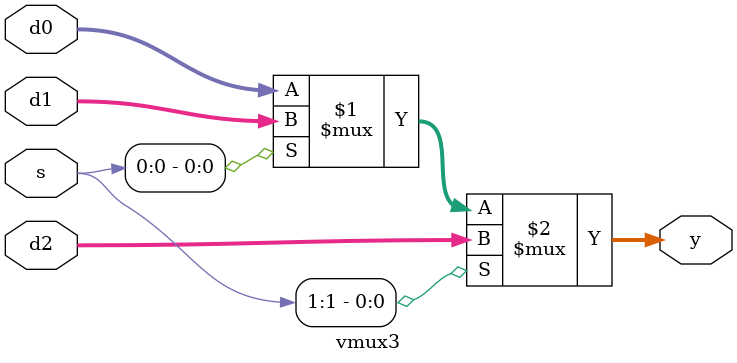
<source format=v>
module vmux3(
    input [31:0] d0, d1, d2,
    input [1:0] s,
    output [31:0] y
);
    assign y = s[1] ? d2 : (s[0] ? d1 : d0);
endmodule 
</source>
